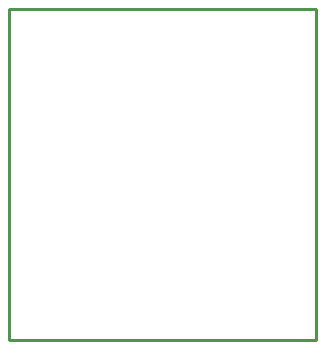
<source format=gko>
G04 EAGLE Gerber RS-274X export*
G75*
%MOMM*%
%FSLAX34Y34*%
%LPD*%
%IN*%
%IPPOS*%
%AMOC8*
5,1,8,0,0,1.08239X$1,22.5*%
G01*
G04 Define Apertures*
%ADD10C,0.254000*%
D10*
X0Y0D02*
X260000Y0D01*
X260000Y280000D01*
X0Y280000D01*
X0Y0D01*
M02*

</source>
